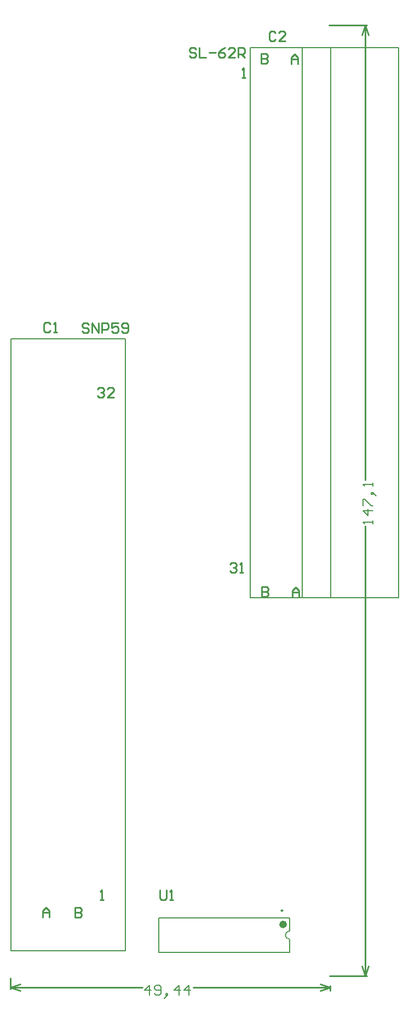
<source format=gto>
%FSLAX44Y44*%
%MOMM*%
G71*
G01*
G75*
G04 Layer_Color=16777215*
%ADD10C,0.2540*%
%ADD11C,1.5000*%
%ADD12R,1.5000X1.5000*%
%ADD13C,3.0000*%
%ADD14O,2.5000X1.3000*%
%ADD15R,2.5000X1.3000*%
%ADD16C,1.2700*%
%ADD17C,0.6000*%
%ADD18C,0.2500*%
%ADD19C,0.2000*%
%ADD20C,0.1524*%
D10*
X794000Y1723200D02*
X853140D01*
X795120Y252160D02*
X853140D01*
X850600Y1019420D02*
Y1723200D01*
Y252160D02*
Y947812D01*
X845520Y1707960D02*
X850600Y1723200D01*
X855680Y1707960D01*
X850600Y252160D02*
X855680Y267400D01*
X845520D02*
X850600Y252160D01*
X796200Y229600D02*
Y237140D01*
X301800Y232060D02*
Y248400D01*
X584548Y234600D02*
X796200D01*
X301800D02*
X505323D01*
X780960Y239680D02*
X796200Y234600D01*
X780960Y229520D02*
X796200Y234600D01*
X301800D02*
X317040Y229520D01*
X301800Y234600D02*
X317040Y239680D01*
X363157Y1260896D02*
X360617Y1263435D01*
X355539D01*
X353000Y1260896D01*
Y1250739D01*
X355539Y1248200D01*
X360617D01*
X363157Y1250739D01*
X368235Y1248200D02*
X373313D01*
X370774D01*
Y1263435D01*
X368235Y1260896D01*
X711757Y1711096D02*
X709218Y1713635D01*
X704139D01*
X701600Y1711096D01*
Y1700939D01*
X704139Y1698400D01*
X709218D01*
X711757Y1700939D01*
X726992Y1698400D02*
X716835D01*
X726992Y1708557D01*
Y1711096D01*
X724453Y1713635D01*
X719374D01*
X716835Y1711096D01*
X532812Y384779D02*
Y372083D01*
X535351Y369544D01*
X540430D01*
X542969Y372083D01*
Y384779D01*
X548047Y369544D02*
X553125D01*
X550586D01*
Y384779D01*
X548047Y382240D01*
X689400Y1679235D02*
Y1664000D01*
X697018D01*
X699557Y1666539D01*
Y1669078D01*
X697018Y1671617D01*
X689400D01*
X697018D01*
X699557Y1674157D01*
Y1676696D01*
X697018Y1679235D01*
X689400D01*
X736200Y1663000D02*
Y1673157D01*
X741278Y1678235D01*
X746357Y1673157D01*
Y1663000D01*
Y1670618D01*
X736200D01*
X351200Y342400D02*
Y352557D01*
X356278Y357635D01*
X361357Y352557D01*
Y342400D01*
Y350018D01*
X351200D01*
X401400Y357635D02*
Y342400D01*
X409017D01*
X411557Y344939D01*
Y347478D01*
X409017Y350018D01*
X401400D01*
X409017D01*
X411557Y352557D01*
Y355096D01*
X409017Y357635D01*
X401400D01*
X422757Y1259896D02*
X420218Y1262435D01*
X415139D01*
X412600Y1259896D01*
Y1257357D01*
X415139Y1254818D01*
X420218D01*
X422757Y1252278D01*
Y1249739D01*
X420218Y1247200D01*
X415139D01*
X412600Y1249739D01*
X427835Y1247200D02*
Y1262435D01*
X437992Y1247200D01*
Y1262435D01*
X443070Y1247200D02*
Y1262435D01*
X450688D01*
X453227Y1259896D01*
Y1254818D01*
X450688Y1252278D01*
X443070D01*
X468462Y1262435D02*
X458305D01*
Y1254818D01*
X463384Y1257357D01*
X465923D01*
X468462Y1254818D01*
Y1249739D01*
X465923Y1247200D01*
X460844D01*
X458305Y1249739D01*
X473540D02*
X476079Y1247200D01*
X481158D01*
X483697Y1249739D01*
Y1259896D01*
X481158Y1262435D01*
X476079D01*
X473540Y1259896D01*
Y1257357D01*
X476079Y1254818D01*
X483697D01*
X588157Y1685296D02*
X585617Y1687835D01*
X580539D01*
X578000Y1685296D01*
Y1682757D01*
X580539Y1680217D01*
X585617D01*
X588157Y1677678D01*
Y1675139D01*
X585617Y1672600D01*
X580539D01*
X578000Y1675139D01*
X593235Y1687835D02*
Y1672600D01*
X603392D01*
X608470Y1680217D02*
X618627D01*
X633862Y1687835D02*
X628784Y1685296D01*
X623705Y1680217D01*
Y1675139D01*
X626244Y1672600D01*
X631323D01*
X633862Y1675139D01*
Y1677678D01*
X631323Y1680217D01*
X623705D01*
X649097Y1672600D02*
X638940D01*
X649097Y1682757D01*
Y1685296D01*
X646558Y1687835D01*
X641479D01*
X638940Y1685296D01*
X654175Y1672600D02*
Y1687835D01*
X661793D01*
X664332Y1685296D01*
Y1680217D01*
X661793Y1677678D01*
X654175D01*
X659254D02*
X664332Y1672600D01*
X435800Y1159696D02*
X438339Y1162235D01*
X443418D01*
X445957Y1159696D01*
Y1157157D01*
X443418Y1154617D01*
X440878D01*
X443418D01*
X445957Y1152078D01*
Y1149539D01*
X443418Y1147000D01*
X438339D01*
X435800Y1149539D01*
X461192Y1147000D02*
X451035D01*
X461192Y1157157D01*
Y1159696D01*
X458653Y1162235D01*
X453574D01*
X451035Y1159696D01*
X640800Y888696D02*
X643339Y891235D01*
X648418D01*
X650957Y888696D01*
Y886157D01*
X648418Y883617D01*
X645878D01*
X648418D01*
X650957Y881078D01*
Y878539D01*
X648418Y876000D01*
X643339D01*
X640800Y878539D01*
X656035Y876000D02*
X661113D01*
X658574D01*
Y891235D01*
X656035Y888696D01*
X440600Y370000D02*
X445678D01*
X443139D01*
Y385235D01*
X440600Y382696D01*
X659800Y1641600D02*
X664878D01*
X662339D01*
Y1656835D01*
X659800Y1654296D01*
X737200Y838000D02*
Y848157D01*
X742278Y853235D01*
X747357Y848157D01*
Y838000D01*
Y845618D01*
X737200D01*
X690400Y854235D02*
Y839000D01*
X698018D01*
X700557Y841539D01*
Y844078D01*
X698018Y846618D01*
X690400D01*
X698018D01*
X700557Y849157D01*
Y851696D01*
X698018Y854235D01*
X690400D01*
D17*
X726200Y331900D02*
G03*
X726200Y331900I-3000J0D01*
G01*
D18*
X722650Y353500D02*
G03*
X722650Y353500I-1250J0D01*
G01*
D19*
X733200Y321750D02*
G03*
X733200Y309050I0J-6350D01*
G01*
X531200Y288900D02*
Y341900D01*
X733200Y288900D02*
Y309050D01*
Y321750D02*
Y341900D01*
X531200Y288900D02*
X733200D01*
X531200Y341900D02*
X733200D01*
X302000Y291400D02*
Y1237400D01*
X479000D01*
Y291400D02*
Y1237400D01*
X302000Y291400D02*
X479000D01*
X752400Y837600D02*
Y1688000D01*
X902000Y837400D02*
Y1688400D01*
X672000D02*
X902000D01*
X672000Y837400D02*
Y1688400D01*
Y837400D02*
X902000D01*
X796800Y838000D02*
Y1687200D01*
D20*
X862281Y951876D02*
Y956955D01*
Y954416D01*
X847046D01*
X849585Y951876D01*
X862281Y972190D02*
X847046D01*
X854663Y964572D01*
Y974729D01*
X847046Y979807D02*
Y989964D01*
X849585D01*
X859742Y979807D01*
X862281D01*
X864820Y997581D02*
X862281Y1000121D01*
X859742D01*
Y997581D01*
X862281D01*
Y1000121D01*
X864820Y997581D01*
X867359Y995042D01*
X862281Y1010277D02*
Y1015356D01*
Y1012817D01*
X847046D01*
X849585Y1010277D01*
X517005Y222919D02*
Y238154D01*
X509388Y230537D01*
X519544D01*
X524623Y225459D02*
X527162Y222919D01*
X532240D01*
X534779Y225459D01*
Y235615D01*
X532240Y238154D01*
X527162D01*
X524623Y235615D01*
Y233076D01*
X527162Y230537D01*
X534779D01*
X542397Y220380D02*
X544936Y222919D01*
Y225459D01*
X542397D01*
Y222919D01*
X544936D01*
X542397Y220380D01*
X539858Y217841D01*
X562710Y222919D02*
Y238154D01*
X555093Y230537D01*
X565249D01*
X577945Y222919D02*
Y238154D01*
X570328Y230537D01*
X580485D01*
M02*

</source>
